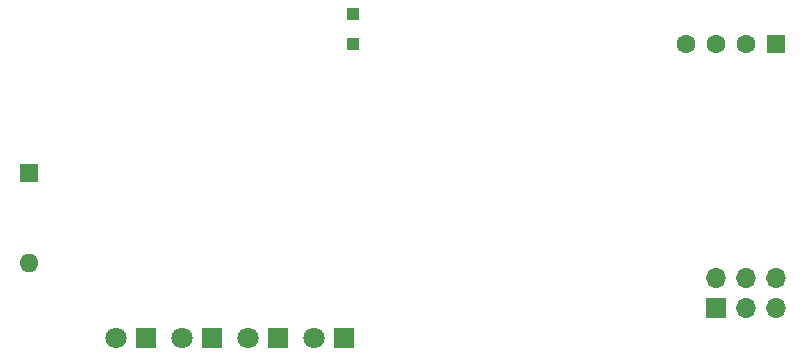
<source format=gbr>
%TF.GenerationSoftware,KiCad,Pcbnew,8.0.1*%
%TF.CreationDate,2025-08-12T22:43:48+02:00*%
%TF.ProjectId,niclas-alarmmelder-pro,6e69636c-6173-42d6-916c-61726d6d656c,rev?*%
%TF.SameCoordinates,Original*%
%TF.FileFunction,Soldermask,Bot*%
%TF.FilePolarity,Negative*%
%FSLAX46Y46*%
G04 Gerber Fmt 4.6, Leading zero omitted, Abs format (unit mm)*
G04 Created by KiCad (PCBNEW 8.0.1) date 2025-08-12 22:43:48*
%MOMM*%
%LPD*%
G01*
G04 APERTURE LIST*
%ADD10R,1.700000X1.700000*%
%ADD11O,1.700000X1.700000*%
%ADD12R,1.800000X1.800000*%
%ADD13C,1.800000*%
%ADD14R,1.600000X1.600000*%
%ADD15O,1.600000X1.600000*%
%ADD16C,1.600000*%
%ADD17R,1.000000X1.000000*%
G04 APERTURE END LIST*
D10*
%TO.C,JP OPT*%
X142240000Y-71120000D03*
D11*
X142240000Y-68580000D03*
X144780000Y-71120000D03*
X144780000Y-68580000D03*
X147320000Y-71120000D03*
X147320000Y-68580000D03*
%TD*%
D12*
%TO.C,REF\u002A\u002A*%
X110744000Y-73660000D03*
D13*
X108204000Y-73660000D03*
%TD*%
D14*
%TO.C,SW1*%
X84074000Y-59690000D03*
D15*
X84074000Y-67310000D03*
%TD*%
D12*
%TO.C,REF\u002A\u002A*%
X93980000Y-73660000D03*
D13*
X91440000Y-73660000D03*
%TD*%
D14*
%TO.C,U2*%
X147320000Y-48768000D03*
D16*
X144780000Y-48768000D03*
X142240000Y-48768000D03*
X139700000Y-48768000D03*
%TD*%
D17*
%TO.C,GPIO3*%
X111506000Y-48768000D03*
%TD*%
%TO.C,GPOI2*%
X111506000Y-46228000D03*
%TD*%
D12*
%TO.C,REF\u002A\u002A*%
X99568000Y-73660000D03*
D13*
X97028000Y-73660000D03*
%TD*%
D12*
%TO.C,REF\u002A\u002A*%
X105156000Y-73660000D03*
D13*
X102616000Y-73660000D03*
%TD*%
M02*

</source>
